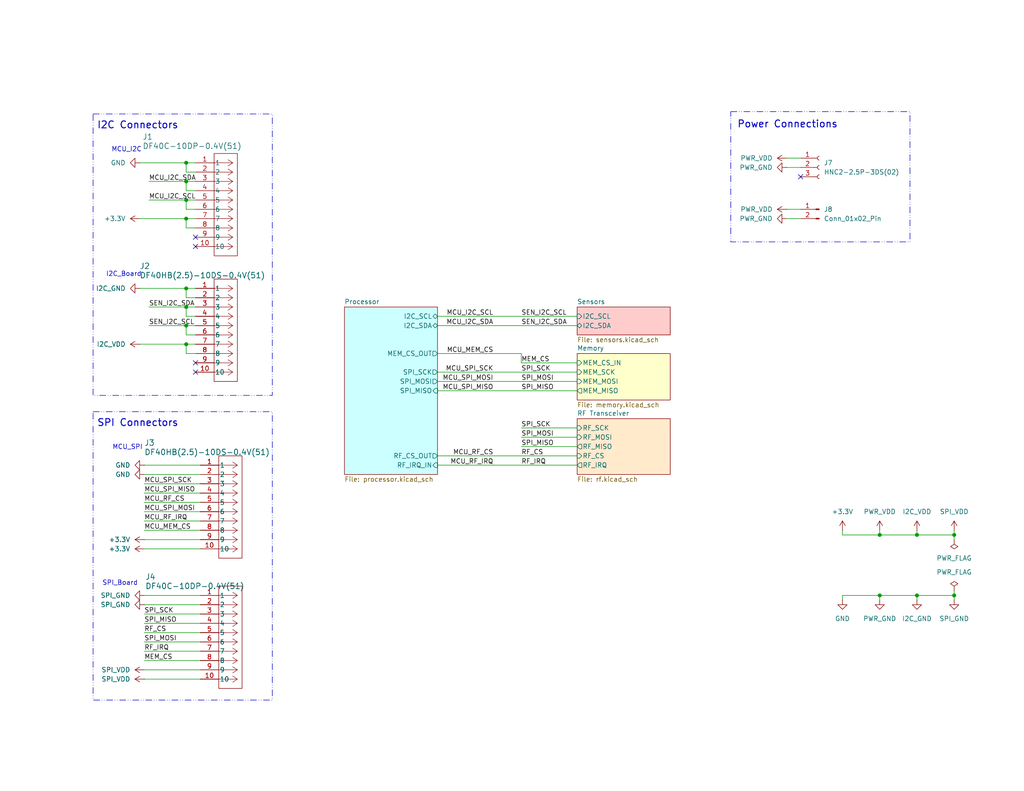
<source format=kicad_sch>
(kicad_sch (version 20250114) (generator "eeschema") (generator_version "9.0")
  (paper "USLetter")
  (title_block (title "Ingestible Capsule") (rev "1.0"))
  (lib_symbols
    (symbol "Connector:Conn_01x02_Pin" (pin_names (offset 1.016) (hide yes))
      (property "Reference" "J" (at 0 2.54 0))
      (property "Value" "Conn_01x02_Pin" (at 0 -5.08 0))
      (symbol "Conn_01x02_Pin_1_1"
        (rectangle (start 0.8636 0.127) (end 0 -0.127) (stroke (width 0.1524)) (fill (type outline)))
        (rectangle (start 0.8636 -2.413) (end 0 -2.667) (stroke (width 0.1524)) (fill (type outline)))
        (polyline (pts (xy 1.27 0) (xy 0.8636 0)) (stroke (width 0.1524)))
        (polyline (pts (xy 1.27 -2.54) (xy 0.8636 -2.54)) (stroke (width 0.1524)))
        (pin passive line (at 5.08 0 180) (length 3.81) (name "Pin_1") (number "1"))
        (pin passive line (at 5.08 -2.54 180) (length 3.81) (name "Pin_2") (number "2"))
      )
    )
    (symbol "Connector:Conn_01x03_Socket" (pin_names (offset 1.016) (hide yes))
      (property "Reference" "J" (at 0 5.08 0))
      (property "Value" "Conn_01x03_Socket" (at 0 -5.08 0))
      (symbol "Conn_01x03_Socket_1_1"
        (polyline (pts (xy -1.27 2.54) (xy -0.508 2.54)) (stroke (width 0.1524)))
        (polyline (pts (xy -1.27 0) (xy -0.508 0)) (stroke (width 0.1524)))
        (polyline (pts (xy -1.27 -2.54) (xy -0.508 -2.54)) (stroke (width 0.1524)))
        (arc (start 0 2.032) (mid -0.5058 2.54) (end 0 3.048) (stroke (width 0.1524)))
        (arc (start 0 -0.508) (mid -0.5058 0) (end 0 0.508) (stroke (width 0.1524)))
        (arc (start 0 -3.048) (mid -0.5058 -2.54) (end 0 -2.032) (stroke (width 0.1524)))
        (pin passive line (at -5.08 2.54 0) (length 3.81) (name "Pin_1") (number "1"))
        (pin passive line (at -5.08 0 0) (length 3.81) (name "Pin_2") (number "2"))
        (pin passive line (at -5.08 -2.54 0) (length 3.81) (name "Pin_3") (number "3"))
      )
    )
    (symbol "kjp_symlib:513389873" (pin_names (offset 0.254))
      (property "Reference" "J" (at 8.89 6.35 0))
      (property "Value" "513389873" (at 0 0 0))
      (symbol "513389873_1_1"
        (rectangle (start 5.08 2.54) (end 11.43 -25.4))
        (polyline (pts (xy 10.16 0) (xy 5.08 0)) (stroke (width 0.127)))
        (polyline (pts (xy 10.16 0) (xy 8.89 0.8467)) (stroke (width 0.127)))
        (polyline (pts (xy 10.16 0) (xy 8.89 -0.8467)) (stroke (width 0.127)))
        (polyline (pts (xy 10.16 -2.54) (xy 5.08 -2.54)) (stroke (width 0.127)))
        (polyline (pts (xy 10.16 -2.54) (xy 8.89 -1.6933)) (stroke (width 0.127)))
        (polyline (pts (xy 10.16 -2.54) (xy 8.89 -3.3867)) (stroke (width 0.127)))
        (polyline (pts (xy 10.16 -5.08) (xy 5.08 -5.08)) (stroke (width 0.127)))
        (polyline (pts (xy 10.16 -5.08) (xy 8.89 -4.2333)) (stroke (width 0.127)))
        (polyline (pts (xy 10.16 -5.08) (xy 8.89 -5.9267)) (stroke (width 0.127)))
        (polyline (pts (xy 10.16 -7.62) (xy 5.08 -7.62)) (stroke (width 0.127)))
        (polyline (pts (xy 10.16 -7.62) (xy 8.89 -6.7733)) (stroke (width 0.127)))
        (polyline (pts (xy 10.16 -7.62) (xy 8.89 -8.4667)) (stroke (width 0.127)))
        (polyline (pts (xy 10.16 -10.16) (xy 5.08 -10.16)) (stroke (width 0.127)))
        (polyline (pts (xy 10.16 -10.16) (xy 8.89 -9.3133)) (stroke (width 0.127)))
        (polyline (pts (xy 10.16 -10.16) (xy 8.89 -11.0067)) (stroke (width 0.127)))
        (polyline (pts (xy 10.16 -12.7) (xy 5.08 -12.7)) (stroke (width 0.127)))
        (polyline (pts (xy 10.16 -12.7) (xy 8.89 -11.8533)) (stroke (width 0.127)))
        (polyline (pts (xy 10.16 -12.7) (xy 8.89 -13.5467)) (stroke (width 0.127)))
        (polyline (pts (xy 10.16 -15.24) (xy 5.08 -15.24)) (stroke (width 0.127)))
        (polyline (pts (xy 10.16 -15.24) (xy 8.89 -14.3933)) (stroke (width 0.127)))
        (polyline (pts (xy 10.16 -15.24) (xy 8.89 -16.0867)) (stroke (width 0.127)))
        (polyline (pts (xy 10.16 -17.78) (xy 5.08 -17.78)) (stroke (width 0.127)))
        (polyline (pts (xy 10.16 -17.78) (xy 8.89 -16.9333)) (stroke (width 0.127)))
        (polyline (pts (xy 10.16 -17.78) (xy 8.89 -18.6267)) (stroke (width 0.127)))
        (polyline (pts (xy 10.16 -20.32) (xy 5.08 -20.32)) (stroke (width 0.127)))
        (polyline (pts (xy 10.16 -20.32) (xy 8.89 -19.4733)) (stroke (width 0.127)))
        (polyline (pts (xy 10.16 -20.32) (xy 8.89 -21.1667)) (stroke (width 0.127)))
        (polyline (pts (xy 10.16 -22.86) (xy 5.08 -22.86)) (stroke (width 0.127)))
        (polyline (pts (xy 10.16 -22.86) (xy 8.89 -22.0133)) (stroke (width 0.127)))
        (polyline (pts (xy 10.16 -22.86) (xy 8.89 -23.7067)) (stroke (width 0.127)))
        (pin unspecified line (at 0 0 0) (length 5.08) (name "1") (number "1"))
        (pin unspecified line (at 0 -2.54 0) (length 5.08) (name "2") (number "2"))
        (pin unspecified line (at 0 -5.08 0) (length 5.08) (name "3") (number "3"))
        (pin unspecified line (at 0 -7.62 0) (length 5.08) (name "4") (number "4"))
        (pin unspecified line (at 0 -10.16 0) (length 5.08) (name "5") (number "5"))
        (pin unspecified line (at 0 -12.7 0) (length 5.08) (name "6") (number "6"))
        (pin unspecified line (at 0 -15.24 0) (length 5.08) (name "7") (number "7"))
        (pin unspecified line (at 0 -17.78 0) (length 5.08) (name "8") (number "8"))
        (pin unspecified line (at 0 -20.32 0) (length 5.08) (name "9") (number "9"))
        (pin unspecified line (at 0 -22.86 0) (length 5.08) (name "10") (number "10"))
      )
      (symbol "513389873_1_2"
        (polyline (pts (xy 5.08 2.54) (xy 5.08 -35.56)) (stroke (width 0.127)))
        (polyline (pts (xy 5.08 -35.56) (xy 12.7 -35.56)) (stroke (width 0.127)))
        (polyline (pts (xy 7.62 0) (xy 5.08 0)) (stroke (width 0.127)))
        (polyline (pts (xy 7.62 0) (xy 8.89 0.8467)) (stroke (width 0.127)))
        (polyline (pts (xy 7.62 0) (xy 8.89 -0.8467)) (stroke (width 0.127)))
        (polyline (pts (xy 7.62 -2.54) (xy 5.08 -2.54)) (stroke (width 0.127)))
        (polyline (pts (xy 7.62 -2.54) (xy 8.89 -1.6933)) (stroke (width 0.127)))
        (polyline (pts (xy 7.62 -2.54) (xy 8.89 -3.3867)) (stroke (width 0.127)))
        (polyline (pts (xy 7.62 -5.08) (xy 5.08 -5.08)) (stroke (width 0.127)))
        (polyline (pts (xy 7.62 -5.08) (xy 8.89 -4.2333)) (stroke (width 0.127)))
        (polyline (pts (xy 7.62 -5.08) (xy 8.89 -5.9267)) (stroke (width 0.127)))
        (polyline (pts (xy 7.62 -7.62) (xy 5.08 -7.62)) (stroke (width 0.127)))
        (polyline (pts (xy 7.62 -7.62) (xy 8.89 -6.7733)) (stroke (width 0.127)))
        (polyline (pts (xy 7.62 -7.62) (xy 8.89 -8.4667)) (stroke (width 0.127)))
        (polyline (pts (xy 7.62 -10.16) (xy 5.08 -10.16)) (stroke (width 0.127)))
        (polyline (pts (xy 7.62 -10.16) (xy 8.89 -9.3133)) (stroke (width 0.127)))
        (polyline (pts (xy 7.62 -10.16) (xy 8.89 -11.0067)) (stroke (width 0.127)))
        (polyline (pts (xy 7.62 -12.7) (xy 5.08 -12.7)) (stroke (width 0.127)))
        (polyline (pts (xy 7.62 -12.7) (xy 8.89 -11.8533)) (stroke (width 0.127)))
        (polyline (pts (xy 7.62 -12.7) (xy 8.89 -13.5467)) (stroke (width 0.127)))
        (polyline (pts (xy 7.62 -15.24) (xy 5.08 -15.24)) (stroke (width 0.127)))
        (polyline (pts (xy 7.62 -15.24) (xy 8.89 -14.3933)) (stroke (width 0.127)))
        (polyline (pts (xy 7.62 -15.24) (xy 8.89 -16.0867)) (stroke (width 0.127)))
        (polyline (pts (xy 7.62 -17.78) (xy 5.08 -17.78)) (stroke (width 0.127)))
        (polyline (pts (xy 7.62 -17.78) (xy 8.89 -16.9333)) (stroke (width 0.127)))
        (polyline (pts (xy 7.62 -17.78) (xy 8.89 -18.6267)) (stroke (width 0.127)))
        (polyline (pts (xy 7.62 -20.32) (xy 5.08 -20.32)) (stroke (width 0.127)))
        (polyline (pts (xy 7.62 -20.32) (xy 8.89 -19.4733)) (stroke (width 0.127)))
        (polyline (pts (xy 7.62 -20.32) (xy 8.89 -21.1667)) (stroke (width 0.127)))
        (polyline (pts (xy 7.62 -22.86) (xy 5.08 -22.86)) (stroke (width 0.127)))
        (polyline (pts (xy 7.62 -22.86) (xy 8.89 -22.0133)) (stroke (width 0.127)))
        (polyline (pts (xy 7.62 -22.86) (xy 8.89 -23.7067)) (stroke (width 0.127)))
        (polyline (pts (xy 7.62 -25.4) (xy 5.08 -25.4)) (stroke (width 0.127)))
        (polyline (pts (xy 7.62 -25.4) (xy 8.89 -24.5533)) (stroke (width 0.127)))
        (polyline (pts (xy 7.62 -25.4) (xy 8.89 -26.2467)) (stroke (width 0.127)))
        (polyline (pts (xy 7.62 -27.94) (xy 5.08 -27.94)) (stroke (width 0.127)))
        (polyline (pts (xy 7.62 -27.94) (xy 8.89 -27.0933)) (stroke (width 0.127)))
        (polyline (pts (xy 7.62 -27.94) (xy 8.89 -28.7867)) (stroke (width 0.127)))
        (polyline (pts (xy 7.62 -30.48) (xy 5.08 -30.48)) (stroke (width 0.127)))
        (polyline (pts (xy 7.62 -30.48) (xy 8.89 -29.6333)) (stroke (width 0.127)))
        (polyline (pts (xy 7.62 -30.48) (xy 8.89 -31.3267)) (stroke (width 0.127)))
        (polyline (pts (xy 7.62 -33.02) (xy 5.08 -33.02)) (stroke (width 0.127)))
        (polyline (pts (xy 7.62 -33.02) (xy 8.89 -32.1733)) (stroke (width 0.127)))
        (polyline (pts (xy 7.62 -33.02) (xy 8.89 -33.8667)) (stroke (width 0.127)))
        (polyline (pts (xy 12.7 2.54) (xy 5.08 2.54)) (stroke (width 0.127)))
        (polyline (pts (xy 12.7 -35.56) (xy 12.7 2.54)) (stroke (width 0.127)))
        (pin unspecified line (at 0 0 0) (length 5.08) (name "1") (number "1"))
        (pin unspecified line (at 0 -2.54 0) (length 5.08) (name "2") (number "2"))
        (pin unspecified line (at 0 -5.08 0) (length 5.08) (name "3") (number "3"))
        (pin unspecified line (at 0 -7.62 0) (length 5.08) (name "4") (number "4"))
        (pin unspecified line (at 0 -10.16 0) (length 5.08) (name "5") (number "5"))
        (pin unspecified line (at 0 -12.7 0) (length 5.08) (name "6") (number "6"))
        (pin unspecified line (at 0 -15.24 0) (length 5.08) (name "7") (number "7"))
        (pin unspecified line (at 0 -17.78 0) (length 5.08) (name "8") (number "8"))
        (pin unspecified line (at 0 -20.32 0) (length 5.08) (name "9") (number "9"))
        (pin unspecified line (at 0 -22.86 0) (length 5.08) (name "10") (number "10"))
        (pin unspecified line (at 0 -25.4 0) (length 5.08) (name "P1") (number "P1"))
        (pin unspecified line (at 0 -27.94 0) (length 5.08) (name "P2") (number "P2"))
        (pin unspecified line (at 0 -30.48 0) (length 5.08) (name "P3") (number "P3"))
        (pin unspecified line (at 0 -33.02 0) (length 5.08) (name "P4") (number "P4"))
      )
    )
    (symbol "kjp_symlib:559099872" (pin_names (offset 0.254))
      (property "Reference" "J" (at 8.89 6.35 0))
      (property "Value" "559099872" (at 0 0 0))
      (symbol "559099872_1_1"
        (rectangle (start 5.08 2.54) (end 11.43 -25.4))
        (polyline (pts (xy 10.16 0) (xy 5.08 0)) (stroke (width 0.127)))
        (polyline (pts (xy 10.16 0) (xy 8.89 0.8467)) (stroke (width 0.127)))
        (polyline (pts (xy 10.16 0) (xy 8.89 -0.8467)) (stroke (width 0.127)))
        (polyline (pts (xy 10.16 -2.54) (xy 5.08 -2.54)) (stroke (width 0.127)))
        (polyline (pts (xy 10.16 -2.54) (xy 8.89 -1.6933)) (stroke (width 0.127)))
        (polyline (pts (xy 10.16 -2.54) (xy 8.89 -3.3867)) (stroke (width 0.127)))
        (polyline (pts (xy 10.16 -5.08) (xy 5.08 -5.08)) (stroke (width 0.127)))
        (polyline (pts (xy 10.16 -5.08) (xy 8.89 -4.2333)) (stroke (width 0.127)))
        (polyline (pts (xy 10.16 -5.08) (xy 8.89 -5.9267)) (stroke (width 0.127)))
        (polyline (pts (xy 10.16 -7.62) (xy 5.08 -7.62)) (stroke (width 0.127)))
        (polyline (pts (xy 10.16 -7.62) (xy 8.89 -6.7733)) (stroke (width 0.127)))
        (polyline (pts (xy 10.16 -7.62) (xy 8.89 -8.4667)) (stroke (width 0.127)))
        (polyline (pts (xy 10.16 -10.16) (xy 5.08 -10.16)) (stroke (width 0.127)))
        (polyline (pts (xy 10.16 -10.16) (xy 8.89 -9.3133)) (stroke (width 0.127)))
        (polyline (pts (xy 10.16 -10.16) (xy 8.89 -11.0067)) (stroke (width 0.127)))
        (polyline (pts (xy 10.16 -12.7) (xy 5.08 -12.7)) (stroke (width 0.127)))
        (polyline (pts (xy 10.16 -12.7) (xy 8.89 -11.8533)) (stroke (width 0.127)))
        (polyline (pts (xy 10.16 -12.7) (xy 8.89 -13.5467)) (stroke (width 0.127)))
        (polyline (pts (xy 10.16 -15.24) (xy 5.08 -15.24)) (stroke (width 0.127)))
        (polyline (pts (xy 10.16 -15.24) (xy 8.89 -14.3933)) (stroke (width 0.127)))
        (polyline (pts (xy 10.16 -15.24) (xy 8.89 -16.0867)) (stroke (width 0.127)))
        (polyline (pts (xy 10.16 -17.78) (xy 5.08 -17.78)) (stroke (width 0.127)))
        (polyline (pts (xy 10.16 -17.78) (xy 8.89 -16.9333)) (stroke (width 0.127)))
        (polyline (pts (xy 10.16 -17.78) (xy 8.89 -18.6267)) (stroke (width 0.127)))
        (polyline (pts (xy 10.16 -20.32) (xy 5.08 -20.32)) (stroke (width 0.127)))
        (polyline (pts (xy 10.16 -20.32) (xy 8.89 -19.4733)) (stroke (width 0.127)))
        (polyline (pts (xy 10.16 -20.32) (xy 8.89 -21.1667)) (stroke (width 0.127)))
        (polyline (pts (xy 10.16 -22.86) (xy 5.08 -22.86)) (stroke (width 0.127)))
        (polyline (pts (xy 10.16 -22.86) (xy 8.89 -22.0133)) (stroke (width 0.127)))
        (polyline (pts (xy 10.16 -22.86) (xy 8.89 -23.7067)) (stroke (width 0.127)))
        (pin unspecified line (at 0 0 0) (length 5.08) (name "1") (number "1"))
        (pin unspecified line (at 0 -2.54 0) (length 5.08) (name "2") (number "2"))
        (pin unspecified line (at 0 -5.08 0) (length 5.08) (name "3") (number "3"))
        (pin unspecified line (at 0 -7.62 0) (length 5.08) (name "4") (number "4"))
        (pin unspecified line (at 0 -10.16 0) (length 5.08) (name "5") (number "5"))
        (pin unspecified line (at 0 -12.7 0) (length 5.08) (name "6") (number "6"))
        (pin unspecified line (at 0 -15.24 0) (length 5.08) (name "7") (number "7"))
        (pin unspecified line (at 0 -17.78 0) (length 5.08) (name "8") (number "8"))
        (pin unspecified line (at 0 -20.32 0) (length 5.08) (name "9") (number "9"))
        (pin unspecified line (at 0 -22.86 0) (length 5.08) (name "10") (number "10"))
      )
      (symbol "559099872_1_2"
        (polyline (pts (xy 5.08 2.54) (xy 5.08 -35.56)) (stroke (width 0.127)))
        (polyline (pts (xy 5.08 -35.56) (xy 12.7 -35.56)) (stroke (width 0.127)))
        (polyline (pts (xy 7.62 0) (xy 5.08 0)) (stroke (width 0.127)))
        (polyline (pts (xy 7.62 0) (xy 8.89 0.8467)) (stroke (width 0.127)))
        (polyline (pts (xy 7.62 0) (xy 8.89 -0.8467)) (stroke (width 0.127)))
        (polyline (pts (xy 7.62 -2.54) (xy 5.08 -2.54)) (stroke (width 0.127)))
        (polyline (pts (xy 7.62 -2.54) (xy 8.89 -1.6933)) (stroke (width 0.127)))
        (polyline (pts (xy 7.62 -2.54) (xy 8.89 -3.3867)) (stroke (width 0.127)))
        (polyline (pts (xy 7.62 -5.08) (xy 5.08 -5.08)) (stroke (width 0.127)))
        (polyline (pts (xy 7.62 -5.08) (xy 8.89 -4.2333)) (stroke (width 0.127)))
        (polyline (pts (xy 7.62 -5.08) (xy 8.89 -5.9267)) (stroke (width 0.127)))
        (polyline (pts (xy 7.62 -7.62) (xy 5.08 -7.62)) (stroke (width 0.127)))
        (polyline (pts (xy 7.62 -7.62) (xy 8.89 -6.7733)) (stroke (width 0.127)))
        (polyline (pts (xy 7.62 -7.62) (xy 8.89 -8.4667)) (stroke (width 0.127)))
        (polyline (pts (xy 7.62 -10.16) (xy 5.08 -10.16)) (stroke (width 0.127)))
        (polyline (pts (xy 7.62 -10.16) (xy 8.89 -9.3133)) (stroke (width 0.127)))
        (polyline (pts (xy 7.62 -10.16) (xy 8.89 -11.0067)) (stroke (width 0.127)))
        (polyline (pts (xy 7.62 -12.7) (xy 5.08 -12.7)) (stroke (width 0.127)))
        (polyline (pts (xy 7.62 -12.7) (xy 8.89 -11.8533)) (stroke (width 0.127)))
        (polyline (pts (xy 7.62 -12.7) (xy 8.89 -13.5467)) (stroke (width 0.127)))
        (polyline (pts (xy 7.62 -15.24) (xy 5.08 -15.24)) (stroke (width 0.127)))
        (polyline (pts (xy 7.62 -15.24) (xy 8.89 -14.3933)) (stroke (width 0.127)))
        (polyline (pts (xy 7.62 -15.24) (xy 8.89 -16.0867)) (stroke (width 0.127)))
        (polyline (pts (xy 7.62 -17.78) (xy 5.08 -17.78)) (stroke (width 0.127)))
        (polyline (pts (xy 7.62 -17.78) (xy 8.89 -16.9333)) (stroke (width 0.127)))
        (polyline (pts (xy 7.62 -17.78) (xy 8.89 -18.6267)) (stroke (width 0.127)))
        (polyline (pts (xy 7.62 -20.32) (xy 5.08 -20.32)) (stroke (width 0.127)))
        (polyline (pts (xy 7.62 -20.32) (xy 8.89 -19.4733)) (stroke (width 0.127)))
        (polyline (pts (xy 7.62 -20.32) (xy 8.89 -21.1667)) (stroke (width 0.127)))
        (polyline (pts (xy 7.62 -22.86) (xy 5.08 -22.86)) (stroke (width 0.127)))
        (polyline (pts (xy 7.62 -22.86) (xy 8.89 -22.0133)) (stroke (width 0.127)))
        (polyline (pts (xy 7.62 -22.86) (xy 8.89 -23.7067)) (stroke (width 0.127)))
        (polyline (pts (xy 7.62 -25.4) (xy 5.08 -25.4)) (stroke (width 0.127)))
        (polyline (pts (xy 7.62 -25.4) (xy 8.89 -24.5533)) (stroke (width 0.127)))
        (polyline (pts (xy 7.62 -25.4) (xy 8.89 -26.2467)) (stroke (width 0.127)))
        (polyline (pts (xy 7.62 -27.94) (xy 5.08 -27.94)) (stroke (width 0.127)))
        (polyline (pts (xy 7.62 -27.94) (xy 8.89 -27.0933)) (stroke (width 0.127)))
        (polyline (pts (xy 7.62 -27.94) (xy 8.89 -28.7867)) (stroke (width 0.127)))
        (polyline (pts (xy 7.62 -30.48) (xy 5.08 -30.48)) (stroke (width 0.127)))
        (polyline (pts (xy 7.62 -30.48) (xy 8.89 -29.6333)) (stroke (width 0.127)))
        (polyline (pts (xy 7.62 -30.48) (xy 8.89 -31.3267)) (stroke (width 0.127)))
        (polyline (pts (xy 7.62 -33.02) (xy 5.08 -33.02)) (stroke (width 0.127)))
        (polyline (pts (xy 7.62 -33.02) (xy 8.89 -32.1733)) (stroke (width 0.127)))
        (polyline (pts (xy 7.62 -33.02) (xy 8.89 -33.8667)) (stroke (width 0.127)))
        (polyline (pts (xy 12.7 2.54) (xy 5.08 2.54)) (stroke (width 0.127)))
        (polyline (pts (xy 12.7 -35.56) (xy 12.7 2.54)) (stroke (width 0.127)))
        (pin unspecified line (at 0 0 0) (length 5.08) (name "1") (number "1"))
        (pin unspecified line (at 0 -2.54 0) (length 5.08) (name "2") (number "2"))
        (pin unspecified line (at 0 -5.08 0) (length 5.08) (name "3") (number "3"))
        (pin unspecified line (at 0 -7.62 0) (length 5.08) (name "4") (number "4"))
        (pin unspecified line (at 0 -10.16 0) (length 5.08) (name "5") (number "5"))
        (pin unspecified line (at 0 -12.7 0) (length 5.08) (name "6") (number "6"))
        (pin unspecified line (at 0 -15.24 0) (length 5.08) (name "7") (number "7"))
        (pin unspecified line (at 0 -17.78 0) (length 5.08) (name "8") (number "8"))
        (pin unspecified line (at 0 -20.32 0) (length 5.08) (name "9") (number "9"))
        (pin unspecified line (at 0 -22.86 0) (length 5.08) (name "10") (number "10"))
        (pin unspecified line (at 0 -25.4 0) (length 5.08) (name "P1") (number "P1"))
        (pin unspecified line (at 0 -27.94 0) (length 5.08) (name "P2") (number "P2"))
        (pin unspecified line (at 0 -30.48 0) (length 5.08) (name "P3") (number "P3"))
        (pin unspecified line (at 0 -33.02 0) (length 5.08) (name "P4") (number "P4"))
      )
    )
    (symbol "kjp_symlib:I2C_GND" (power) (pin_numbers (hide yes)) (pin_names (offset 0) (hide yes))
      (property "Value" "I2C_GND" (at 0 -3.81 0))
      (symbol "I2C_GND_0_1"
        (polyline (pts (xy 0 0) (xy 0 -1.27) (xy 1.27 -1.27) (xy 0 -2.54) (xy -1.27 -1.27) (xy 0 -1.27)))
      )
      (symbol "I2C_GND_1_1"
        (pin power_in line (at 0 0 270) (length 0) (name "~") (number "1"))
      )
    )
    (symbol "kjp_symlib:I2C_VDD" (power) (pin_numbers (hide yes)) (pin_names (offset 0) (hide yes))
      (property "Value" "I2C_VDD" (at 0 3.556 0))
      (symbol "I2C_VDD_0_1"
        (polyline (pts (xy -0.762 1.27) (xy 0 2.54)))
        (polyline (pts (xy 0 2.54) (xy 0.762 1.27)))
        (polyline (pts (xy 0 0) (xy 0 2.54)))
      )
      (symbol "I2C_VDD_1_1"
        (pin power_in line (at 0 0 90) (length 0) (name "~") (number "1"))
      )
    )
    (symbol "kjp_symlib:PWR_GND" (power) (pin_numbers (hide yes)) (pin_names (offset 0) (hide yes))
      (property "Value" "PWR_GND" (at 0 -3.81 0))
      (symbol "PWR_GND_0_1"
        (polyline (pts (xy 0 0) (xy 0 -1.27) (xy 1.27 -1.27) (xy 0 -2.54) (xy -1.27 -1.27) (xy 0 -1.27)))
      )
      (symbol "PWR_GND_1_1"
        (pin power_in line (at 0 0 270) (length 0) (name "~") (number "1"))
      )
    )
    (symbol "kjp_symlib:PWR_VDD" (power) (pin_numbers (hide yes)) (pin_names (offset 0) (hide yes))
      (property "Value" "PWR_VDD" (at 0 3.556 0))
      (symbol "PWR_VDD_0_1"
        (polyline (pts (xy -0.762 1.27) (xy 0 2.54)))
        (polyline (pts (xy 0 2.54) (xy 0.762 1.27)))
        (polyline (pts (xy 0 0) (xy 0 2.54)))
      )
      (symbol "PWR_VDD_1_1"
        (pin power_in line (at 0 0 90) (length 0) (name "~") (number "1"))
      )
    )
    (symbol "kjp_symlib:SPI_GND" (power) (pin_numbers (hide yes)) (pin_names (offset 0) (hide yes))
      (property "Value" "SPI_GND" (at 0 -3.81 0))
      (symbol "SPI_GND_0_1"
        (polyline (pts (xy 0 0) (xy 0 -1.27) (xy 1.27 -1.27) (xy 0 -2.54) (xy -1.27 -1.27) (xy 0 -1.27)))
      )
      (symbol "SPI_GND_1_1"
        (pin power_in line (at 0 0 270) (length 0) (name "~") (number "1"))
      )
    )
    (symbol "kjp_symlib:SPI_VDD" (power) (pin_numbers (hide yes)) (pin_names (offset 0) (hide yes))
      (property "Value" "SPI_VDD" (at 0 3.556 0))
      (symbol "SPI_VDD_0_1"
        (polyline (pts (xy -0.762 1.27) (xy 0 2.54)))
        (polyline (pts (xy 0 2.54) (xy 0.762 1.27)))
        (polyline (pts (xy 0 0) (xy 0 2.54)))
      )
      (symbol "SPI_VDD_1_1"
        (pin power_in line (at 0 0 90) (length 0) (name "~") (number "1"))
      )
    )
    (symbol "power:+3.3V" (power) (pin_numbers (hide yes)) (pin_names (offset 0) (hide yes))
      (property "Value" "+3.3V" (at 0 3.556 0))
      (symbol "+3.3V_0_1"
        (polyline (pts (xy -0.762 1.27) (xy 0 2.54)))
        (polyline (pts (xy 0 2.54) (xy 0.762 1.27)))
        (polyline (pts (xy 0 0) (xy 0 2.54)))
      )
      (symbol "+3.3V_1_1"
        (pin power_in line (at 0 0 90) (length 0) (name "~") (number "1"))
      )
    )
    (symbol "power:GND" (power) (pin_numbers (hide yes)) (pin_names (offset 0) (hide yes))
      (property "Value" "GND" (at 0 -3.81 0))
      (symbol "GND_0_1"
        (polyline (pts (xy 0 0) (xy 0 -1.27) (xy 1.27 -1.27) (xy 0 -2.54) (xy -1.27 -1.27) (xy 0 -1.27)))
      )
      (symbol "GND_1_1"
        (pin power_in line (at 0 0 270) (length 0) (name "~") (number "1"))
      )
    )
    (symbol "power:PWR_FLAG" (power) (pin_numbers (hide yes)) (pin_names (offset 0) (hide yes))
      (property "Value" "PWR_FLAG" (at 0 3.81 0))
      (symbol "PWR_FLAG_0_0"
        (pin power_out line (at 0 0 90) (length 0) (name "~") (number "1"))
      )
      (symbol "PWR_FLAG_0_1"
        (polyline (pts (xy 0 0) (xy 0 1.27) (xy -1.016 1.905) (xy 0 2.54) (xy 1.016 1.905) (xy 0 1.27)))
      )
    )
  )
  (rectangle (start 25.4 31.115) (end 74.295 107.95) (stroke (width 0) (type dash_dot_dot)))
  (rectangle (start 25.4 112.395) (end 74.295 191.135) (stroke (width 0) (type dash_dot_dot)))
  (rectangle (start 199.39 30.48) (end 248.285 66.04) (stroke (width 0) (type dash_dot_dot)))
  (text "MCU_I2C" (at 34.544 40.894 0) (effects (font (size 1.27 1.27))))
  (text "I2C_Board" (at 33.782 74.93 0) (effects (font (size 1.27 1.27))))
  (text "MCU_SPI" (at 34.798 122.174 0) (effects (font (size 1.27 1.27))))
  (text "SPI_Board" (at 32.766 159.258 0) (effects (font (size 1.27 1.27))))
  (text "SPI Connectors" (at 37.592 115.57 0) (effects (font (size 1.905 1.905) (thickness 0.254) (bold yes))))
  (text "I2C Connectors" (at 37.592 34.29 0) (effects (font (size 1.905 1.905) (thickness 0.254) (bold yes))))
  (text "Power Connections" (at 214.884 34.036 0) (effects (font (size 1.905 1.905) (thickness 0.254) (bold yes))))
  (junction (at 50.8 49.53))
  (junction (at 50.8 59.69))
  (junction (at 260.35 162.56))
  (junction (at 240.03 146.05))
  (junction (at 50.8 78.74))
  (junction (at 50.8 93.98))
  (junction (at 50.8 88.9))
  (junction (at 50.8 83.82))
  (junction (at 240.03 162.56))
  (junction (at 260.35 146.05))
  (junction (at 50.8 54.61))
  (junction (at 250.19 146.05))
  (junction (at 50.8 44.45))
  (junction (at 250.19 162.56))
  (no_connect (at 53.34 64.77))
  (no_connect (at 53.34 99.06))
  (no_connect (at 53.34 67.31))
  (no_connect (at 53.34 101.6))
  (no_connect (at 218.44 48.26))
  (wire (pts (xy 38.1 93.98) (xy 50.8 93.98)))
  (wire (pts (xy 38.1 59.69) (xy 50.8 59.69)))
  (wire (pts (xy 119.38 106.68) (xy 157.48 106.68)))
  (wire (pts (xy 50.8 49.53) (xy 50.8 52.07)))
  (wire (pts (xy 54.61 142.24) (xy 39.37 142.24)))
  (wire (pts (xy 119.38 101.6) (xy 157.48 101.6)))
  (wire (pts (xy 50.8 59.69) (xy 53.34 59.69)))
  (wire (pts (xy 40.64 83.82) (xy 50.8 83.82)))
  (wire (pts (xy 260.35 144.78) (xy 260.35 146.05)))
  (wire (pts (xy 250.19 162.56) (xy 250.19 163.83)))
  (wire (pts (xy 214.63 45.72) (xy 218.44 45.72)))
  (wire (pts (xy 119.38 127) (xy 157.48 127)))
  (wire (pts (xy 39.37 127) (xy 54.61 127)))
  (wire (pts (xy 50.8 54.61) (xy 53.34 54.61)))
  (wire (pts (xy 240.03 146.05) (xy 250.19 146.05)))
  (wire (pts (xy 229.87 146.05) (xy 240.03 146.05)))
  (wire (pts (xy 229.87 162.56) (xy 240.03 162.56)))
  (wire (pts (xy 50.8 59.69) (xy 50.8 62.23)))
  (wire (pts (xy 250.19 146.05) (xy 260.35 146.05)))
  (wire (pts (xy 260.35 162.56) (xy 260.35 163.83)))
  (wire (pts (xy 119.38 88.9) (xy 157.48 88.9)))
  (wire (pts (xy 119.38 96.52) (xy 142.24 96.52)))
  (wire (pts (xy 53.34 86.36) (xy 50.8 86.36)))
  (wire (pts (xy 50.8 81.28) (xy 50.8 78.74)))
  (wire (pts (xy 54.61 134.62) (xy 39.37 134.62)))
  (wire (pts (xy 50.8 49.53) (xy 53.34 49.53)))
  (wire (pts (xy 39.37 172.72) (xy 54.61 172.72)))
  (wire (pts (xy 214.63 59.69) (xy 218.44 59.69)))
  (wire (pts (xy 53.34 91.44) (xy 50.8 91.44)))
  (wire (pts (xy 50.8 93.98) (xy 53.34 93.98)))
  (wire (pts (xy 260.35 161.29) (xy 260.35 162.56)))
  (wire (pts (xy 39.37 129.54) (xy 54.61 129.54)))
  (wire (pts (xy 240.03 162.56) (xy 240.03 163.83)))
  (wire (pts (xy 54.61 139.7) (xy 39.37 139.7)))
  (wire (pts (xy 50.8 83.82) (xy 53.34 83.82)))
  (wire (pts (xy 50.8 57.15) (xy 50.8 54.61)))
  (wire (pts (xy 53.34 57.15) (xy 50.8 57.15)))
  (wire (pts (xy 260.35 146.05) (xy 260.35 147.32)))
  (wire (pts (xy 39.37 165.1) (xy 54.61 165.1)))
  (wire (pts (xy 38.1 44.45) (xy 50.8 44.45)))
  (wire (pts (xy 229.87 146.05) (xy 229.87 144.78)))
  (wire (pts (xy 39.37 177.8) (xy 54.61 177.8)))
  (wire (pts (xy 53.34 46.99) (xy 50.8 46.99)))
  (wire (pts (xy 119.38 124.46) (xy 157.48 124.46)))
  (wire (pts (xy 54.61 144.78) (xy 39.37 144.78)))
  (wire (pts (xy 142.24 119.38) (xy 157.48 119.38)))
  (wire (pts (xy 39.37 175.26) (xy 54.61 175.26)))
  (wire (pts (xy 39.37 180.34) (xy 54.61 180.34)))
  (wire (pts (xy 142.24 121.92) (xy 157.48 121.92)))
  (wire (pts (xy 250.19 146.05) (xy 250.19 144.78)))
  (wire (pts (xy 240.03 162.56) (xy 250.19 162.56)))
  (wire (pts (xy 53.34 81.28) (xy 50.8 81.28)))
  (wire (pts (xy 50.8 88.9) (xy 53.34 88.9)))
  (wire (pts (xy 50.8 44.45) (xy 53.34 44.45)))
  (wire (pts (xy 38.1 78.74) (xy 50.8 78.74)))
  (wire (pts (xy 214.63 43.18) (xy 218.44 43.18)))
  (wire (pts (xy 53.34 96.52) (xy 50.8 96.52)))
  (wire (pts (xy 50.8 96.52) (xy 50.8 93.98)))
  (wire (pts (xy 53.34 52.07) (xy 50.8 52.07)))
  (wire (pts (xy 39.37 162.56) (xy 54.61 162.56)))
  (wire (pts (xy 54.61 132.08) (xy 39.37 132.08)))
  (wire (pts (xy 53.34 62.23) (xy 50.8 62.23)))
  (wire (pts (xy 119.38 104.14) (xy 157.48 104.14)))
  (wire (pts (xy 240.03 146.05) (xy 240.03 144.78)))
  (wire (pts (xy 142.24 99.06) (xy 157.48 99.06)))
  (wire (pts (xy 39.37 149.86) (xy 54.61 149.86)))
  (wire (pts (xy 39.37 185.42) (xy 54.61 185.42)))
  (wire (pts (xy 50.8 86.36) (xy 50.8 83.82)))
  (wire (pts (xy 214.63 57.15) (xy 218.44 57.15)))
  (wire (pts (xy 50.8 44.45) (xy 50.8 46.99)))
  (wire (pts (xy 229.87 162.56) (xy 229.87 163.83)))
  (wire (pts (xy 40.64 54.61) (xy 50.8 54.61)))
  (wire (pts (xy 40.64 88.9) (xy 50.8 88.9)))
  (wire (pts (xy 39.37 170.18) (xy 54.61 170.18)))
  (wire (pts (xy 50.8 78.74) (xy 53.34 78.74)))
  (wire (pts (xy 39.37 147.32) (xy 54.61 147.32)))
  (wire (pts (xy 50.8 91.44) (xy 50.8 88.9)))
  (wire (pts (xy 142.24 116.84) (xy 157.48 116.84)))
  (wire (pts (xy 40.64 49.53) (xy 50.8 49.53)))
  (wire (pts (xy 39.37 167.64) (xy 54.61 167.64)))
  (wire (pts (xy 54.61 137.16) (xy 39.37 137.16)))
  (wire (pts (xy 142.24 96.52) (xy 142.24 99.06)))
  (wire (pts (xy 119.38 86.36) (xy 157.48 86.36)))
  (wire (pts (xy 250.19 162.56) (xy 260.35 162.56)))
  (wire (pts (xy 39.37 182.88) (xy 54.61 182.88)))
  (label "MCU_MEM_CS" (at 134.62 96.52 180))
  (label "MCU_SPI_SCK" (at 134.62 101.6 180))
  (label "MCU_I2C_SCL" (at 40.64 54.61 0))
  (label "RF_CS" (at 142.24 124.46 0))
  (label "MCU_SPI_MOSI" (at 134.62 104.14 180))
  (label "MCU_MEM_CS" (at 39.37 144.78 0))
  (label "SPI_SCK" (at 142.24 101.6 0))
  (label "SEN_I2C_SCL" (at 142.24 86.36 0))
  (label "MCU_SPI_MISO" (at 134.62 106.68 180))
  (label "SPI_MOSI" (at 39.37 175.26 0))
  (label "SPI_SCK" (at 142.24 116.84 0))
  (label "MCU_I2C_SDA" (at 40.64 49.53 0))
  (label "MCU_RF_IRQ" (at 39.37 142.24 0))
  (label "SPI_MISO" (at 142.24 106.68 0))
  (label "SPI_MOSI" (at 142.24 104.14 0))
  (label "MCU_SPI_SCK" (at 39.37 132.08 0))
  (label "MCU_SPI_MISO" (at 39.37 134.62 0))
  (label "MCU_RF_CS" (at 39.37 137.16 0))
  (label "RF_IRQ" (at 142.24 127 0))
  (label "SEN_I2C_SDA" (at 142.24 88.9 0))
  (label "SEN_I2C_SDA" (at 40.64 83.82 0))
  (label "SPI_MISO" (at 39.37 170.18 0))
  (label "SPI_SCK" (at 39.37 167.64 0))
  (label "MCU_I2C_SCL" (at 134.62 86.36 180))
  (label "MCU_RF_CS" (at 134.62 124.46 180))
  (label "MEM_CS" (at 39.37 180.34 0))
  (label "RF_IRQ" (at 39.37 177.8 0))
  (label "MCU_I2C_SDA" (at 134.62 88.9 180))
  (label "SEN_I2C_SCL" (at 40.64 88.9 0))
  (label "RF_CS" (at 39.37 172.72 0))
  (label "MCU_SPI_MOSI" (at 39.37 139.7 0))
  (label "SPI_MOSI" (at 142.24 119.38 0))
  (label "SPI_MISO" (at 142.24 121.92 0))
  (label "MEM_CS" (at 142.24 99.06 0))
  (label "MCU_RF_IRQ" (at 134.62 127 180))
  (symbol (lib_id "kjp_symlib:SPI_GND") (at 39.37 162.56 270) (unit 1)
    (property "Reference" "#PWR09" (effects (hide yes)))
    (property "Value" "SPI_GND" (at 35.56 162.5599 90) (effects (justify right)))
    (property "Description" "Power symbol creates a global label with name \"GND\" , ground" (effects (hide yes)))
  )
  (symbol (lib_id "kjp_symlib:I2C_VDD") (at 38.1 93.98 90) (unit 1)
    (property "Reference" "#PWR04" (effects (hide yes)))
    (property "Value" "I2C_VDD" (at 34.29 93.9799 90) (effects (justify left)))
    (property "Description" "Power symbol creates a global label with name \"I2C_VDD\"" (effects (hide yes)))
  )
  (symbol (lib_id "power:GND") (at 39.37 127 270) (unit 1)
    (property "Reference" "#PWR05" (effects (hide yes)))
    (property "Value" "GND" (at 35.56 126.9999 90) (effects (justify right)))
    (property "Description" "Power symbol creates a global label with name \"GND\" , ground" (effects (hide yes)))
  )
  (symbol (lib_id "kjp_symlib:I2C_GND") (at 250.19 163.83 0) (unit 1)
    (property "Reference" "#PWR016" (effects (hide yes)))
    (property "Value" "I2C_GND" (at 250.19 168.91 0))
    (property "Description" "Power symbol creates a global label with name \"I2C_GND\" , ground" (effects (hide yes)))
  )
  (symbol (lib_id "kjp_symlib:I2C_VDD") (at 250.19 144.78 0) (unit 1)
    (property "Reference" "#PWR015" (effects (hide yes)))
    (property "Value" "I2C_VDD" (at 250.19 139.7 0))
    (property "Description" "Power symbol creates a global label with name \"I2C_VDD\"" (effects (hide yes)))
  )
  (symbol (lib_id "kjp_symlib:559099872") (at 54.61 127 0) (unit 1)
    (property "Reference" "J3" (at 39.37 120.904 0) (effects (font (size 1.524 1.524)) (justify left)))
    (property "Value" "DF40HB(2.5)-10DS-0.4V(51)" (at 39.37 123.444 0) (effects (font (size 1.524 1.524)) (justify left)))
    (property "Footprint" "kjp_fplib:DF40HB(2.5)-10DS-0.4V(51)" (effects (hide yes)))
    (property "Datasheet" "559099872" (effects (hide yes)))
  )
  (symbol (lib_id "power:GND") (at 229.87 163.83 0) (unit 1)
    (property "Reference" "#PWR014" (effects (hide yes)))
    (property "Value" "GND" (at 229.87 168.91 0))
    (property "Description" "Power symbol creates a global label with name \"GND\" , ground" (effects (hide yes)))
  )
  (symbol (lib_id "power:+3.3V") (at 39.37 147.32 90) (unit 1)
    (property "Reference" "#PWR08" (effects (hide yes)))
    (property "Value" "+3.3V" (at 35.56 147.3199 90) (effects (justify left)))
    (property "Description" "Power symbol creates a global label with name \"+3.3V\"" (effects (hide yes)))
  )
  (symbol (lib_id "power:+3.3V") (at 229.87 144.78 0) (unit 1)
    (property "Reference" "#PWR013" (effects (hide yes)))
    (property "Value" "+3.3V" (at 229.87 139.7 0))
    (property "Description" "Power symbol creates a global label with name \"+3.3V\"" (effects (hide yes)))
  )
  (symbol (lib_id "kjp_symlib:PWR_GND") (at 214.63 45.72 270) (unit 1)
    (property "Reference" "#PWR070" (effects (hide yes)))
    (property "Value" "PWR_GND" (at 210.82 45.7199 90) (effects (justify right)))
    (property "Description" "Power symbol creates a global label with name \"PWR_GND\" , ground" (effects (hide yes)))
  )
  (symbol (lib_id "kjp_symlib:513389873") (at 53.34 44.45 0) (unit 1)
    (property "Reference" "J1" (at 38.862 37.338 0) (effects (font (size 1.524 1.524)) (justify left)))
    (property "Value" "DF40C-10DP-0.4V(51)" (at 38.862 39.878 0) (effects (font (size 1.524 1.524)) (justify left)))
    (property "Footprint" "kjp_fplib:DF40C-10DP-0.4V(51)" (effects (hide yes)))
    (property "Datasheet" "513389873" (effects (hide yes)))
  )
  (symbol (lib_id "kjp_symlib:I2C_GND") (at 38.1 78.74 270) (unit 1)
    (property "Reference" "#PWR03" (effects (hide yes)))
    (property "Value" "I2C_GND" (at 34.29 78.7399 90) (effects (justify right)))
    (property "Description" "Power symbol creates a global label with name \"I2C_GND\" , ground" (effects (hide yes)))
  )
  (symbol (lib_id "power:+3.3V") (at 38.1 59.69 90) (unit 1)
    (property "Reference" "#PWR02" (effects (hide yes)))
    (property "Value" "+3.3V" (at 34.29 59.6899 90) (effects (justify left)))
    (property "Description" "Power symbol creates a global label with name \"+3.3V\"" (effects (hide yes)))
  )
  (symbol (lib_id "kjp_symlib:559099872") (at 53.34 78.74 0) (unit 1)
    (property "Reference" "J2" (at 38.1 72.644 0) (effects (font (size 1.524 1.524)) (justify left)))
    (property "Value" "DF40HB(2.5)-10DS-0.4V(51)" (at 38.1 75.184 0) (effects (font (size 1.524 1.524)) (justify left)))
    (property "Footprint" "kjp_fplib:DF40HB(2.5)-10DS-0.4V(51)" (effects (hide yes)))
    (property "Datasheet" "559099872" (effects (hide yes)))
  )
  (symbol (lib_id "power:PWR_FLAG") (at 260.35 161.29 0) (unit 1)
    (property "Reference" "#FLG06" (effects (hide yes)))
    (property "Value" "PWR_FLAG" (at 260.35 156.21 0))
    (property "Description" "Special symbol for telling ERC where power comes from" (effects (hide yes)))
  )
  (symbol (lib_id "Connector:Conn_01x02_Pin") (at 223.52 57.15 0) (mirror y) (unit 1)
    (property "Reference" "J8" (at 224.79 57.1499 0) (effects (justify right)))
    (property "Value" "Conn_01x02_Pin" (at 224.79 59.6899 0) (effects (justify right)))
    (property "Footprint" "Connector_PinSocket_2.54mm:PinSocket_1x02_P2.54mm_Vertical" (effects (hide yes)))
    (property "Description" "Generic connector, single row, 01x02, script generated" (effects (hide yes)))
  )
  (symbol (lib_id "kjp_symlib:SPI_GND") (at 260.35 163.83 0) (unit 1)
    (property "Reference" "#PWR018" (effects (hide yes)))
    (property "Value" "SPI_GND" (at 260.35 168.91 0))
    (property "Description" "Power symbol creates a global label with name \"GND\" , ground" (effects (hide yes)))
  )
  (symbol (lib_id "kjp_symlib:PWR_GND") (at 214.63 59.69 270) (unit 1)
    (property "Reference" "#PWR072" (effects (hide yes)))
    (property "Value" "PWR_GND" (at 210.82 59.6899 90) (effects (justify right)))
    (property "Description" "Power symbol creates a global label with name \"PWR_GND\" , ground" (effects (hide yes)))
  )
  (symbol (lib_id "kjp_symlib:SPI_GND") (at 39.37 165.1 270) (unit 1)
    (property "Reference" "#PWR067" (effects (hide yes)))
    (property "Value" "SPI_GND" (at 35.56 165.0999 90) (effects (justify right)))
    (property "Description" "Power symbol creates a global label with name \"GND\" , ground" (effects (hide yes)))
  )
  (symbol (lib_id "kjp_symlib:PWR_VDD") (at 240.03 144.78 0) (unit 1)
    (property "Reference" "#PWR010" (effects (hide yes)))
    (property "Value" "PWR_VDD" (at 240.03 139.7 0))
    (property "Description" "Power symbol creates a global label with name \"PWR_VDD\"" (effects (hide yes)))
  )
  (symbol (lib_id "kjp_symlib:513389873") (at 54.61 162.56 0) (unit 1)
    (property "Reference" "J4" (at 39.624 157.48 0) (effects (font (size 1.524 1.524)) (justify left)))
    (property "Value" "DF40C-10DP-0.4V(51)" (at 39.624 160.02 0) (effects (font (size 1.524 1.524)) (justify left)))
    (property "Footprint" "kjp_fplib:DF40C-10DP-0.4V(51)" (effects (hide yes)))
    (property "Datasheet" "513389873" (effects (hide yes)))
  )
  (symbol (lib_id "kjp_symlib:SPI_VDD") (at 39.37 185.42 90) (unit 1)
    (property "Reference" "#PWR068" (effects (hide yes)))
    (property "Value" "SPI_VDD" (at 35.56 185.4199 90) (effects (justify left)))
    (property "Description" "Power symbol creates a global label with name \"SPI_VDD\"" (effects (hide yes)))
  )
  (symbol (lib_id "Connector:Conn_01x03_Socket") (at 223.52 45.72 0) (unit 1)
    (property "Reference" "J7" (at 224.79 44.4499 0) (effects (justify left)))
    (property "Value" "HNC2-2.5P-3DS(02)" (at 224.79 46.9899 0) (effects (justify left)))
    (property "Footprint" "kjp_fplib:HNC2-2.5P-3DS(02)" (effects (hide yes)))
    (property "Description" "Generic connector, single row, 01x03, script generated" (effects (hide yes)))
  )
  (symbol (lib_id "kjp_symlib:SPI_VDD") (at 260.35 144.78 0) (unit 1)
    (property "Reference" "#PWR017" (effects (hide yes)))
    (property "Value" "SPI_VDD" (at 260.35 139.7 0))
    (property "Description" "Power symbol creates a global label with name \"SPI_VDD\"" (effects (hide yes)))
  )
  (symbol (lib_id "kjp_symlib:PWR_VDD") (at 214.63 43.18 90) (unit 1)
    (property "Reference" "#PWR012" (effects (hide yes)))
    (property "Value" "PWR_VDD" (at 210.82 43.1799 90) (effects (justify left)))
    (property "Description" "Power symbol creates a global label with name \"PWR_VDD\"" (effects (hide yes)))
  )
  (symbol (lib_id "kjp_symlib:SPI_VDD") (at 39.37 182.88 90) (unit 1)
    (property "Reference" "#PWR069" (effects (hide yes)))
    (property "Value" "SPI_VDD" (at 35.56 182.8799 90) (effects (justify left)))
    (property "Description" "Power symbol creates a global label with name \"SPI_VDD\"" (effects (hide yes)))
  )
  (symbol (lib_id "power:GND") (at 38.1 44.45 270) (unit 1)
    (property "Reference" "#PWR01" (effects (hide yes)))
    (property "Value" "GND" (at 34.29 44.4499 90) (effects (justify right)))
    (property "Description" "Power symbol creates a global label with name \"GND\" , ground" (effects (hide yes)))
  )
  (symbol (lib_id "power:GND") (at 39.37 129.54 270) (unit 1)
    (property "Reference" "#PWR07" (effects (hide yes)))
    (property "Value" "GND" (at 35.56 129.5399 90) (effects (justify right)))
    (property "Description" "Power symbol creates a global label with name \"GND\" , ground" (effects (hide yes)))
  )
  (symbol (lib_id "kjp_symlib:PWR_VDD") (at 214.63 57.15 90) (unit 1)
    (property "Reference" "#PWR071" (effects (hide yes)))
    (property "Value" "PWR_VDD" (at 210.82 57.1499 90) (effects (justify left)))
    (property "Description" "Power symbol creates a global label with name \"PWR_VDD\"" (effects (hide yes)))
  )
  (symbol (lib_id "power:+3.3V") (at 39.37 149.86 90) (unit 1)
    (property "Reference" "#PWR06" (effects (hide yes)))
    (property "Value" "+3.3V" (at 35.56 149.8599 90) (effects (justify left)))
    (property "Description" "Power symbol creates a global label with name \"+3.3V\"" (effects (hide yes)))
  )
  (symbol (lib_id "power:PWR_FLAG") (at 260.35 147.32 180) (unit 1)
    (property "Reference" "#FLG05" (effects (hide yes)))
    (property "Value" "PWR_FLAG" (at 260.35 152.4 0))
    (property "Description" "Special symbol for telling ERC where power comes from" (effects (hide yes)))
  )
  (symbol (lib_id "kjp_symlib:PWR_GND") (at 240.03 163.83 0) (unit 1)
    (property "Reference" "#PWR011" (effects (hide yes)))
    (property "Value" "PWR_GND" (at 240.03 168.91 0))
    (property "Description" "Power symbol creates a global label with name \"PWR_GND\" , ground" (effects (hide yes)))
  )
  (sheet (at 157.48 114.3) (size 25.4 15.24) (stroke (width 0.1524)) (fill (color 255 153 0 0.2000))
    (property "Sheetname" "RF Transceiver" (at 157.48 113.5884 0) (effects (justify left bottom)))
    (property "Sheetfile" "rf.kicad_sch" (at 157.48 130.1246 0) (effects (justify left top)))
    (pin "RF_CS" input (at 157.48 124.46 180))
    (pin "RF_MISO" output (at 157.48 121.92 180))
    (pin "RF_SCK" input (at 157.48 116.84 180))
    (pin "RF_IRQ" output (at 157.48 127 180))
    (pin "RF_MOSI" input (at 157.48 119.38 180))
  )
  (sheet (at 157.48 96.52) (size 25.4 12.7) (stroke (width 0.1524)) (fill (color 255 255 0 0.2000))
    (property "Sheetname" "Memory" (at 157.48 95.8084 0) (effects (justify left bottom)))
    (property "Sheetfile" "memory.kicad_sch" (at 157.48 109.8046 0) (effects (justify left top)))
    (pin "MEM_MISO" output (at 157.48 106.68 180))
    (pin "MEM_SCK" input (at 157.48 101.6 180))
    (pin "MEM_MOSI" input (at 157.48 104.14 180))
    (pin "MEM_CS_IN" input (at 157.48 99.06 180))
  )
  (sheet (at 93.98 83.82) (size 25.4 45.72) (stroke (width 0.1524)) (fill (color 0 255 255 0.2000))
    (property "Sheetname" "Processor" (at 93.98 83.1084 0) (effects (justify left bottom)))
    (property "Sheetfile" "processor.kicad_sch" (at 93.98 130.1246 0) (effects (justify left top)))
    (pin "RF_IRQ_IN" input (at 119.38 127 0))
    (pin "SPI_SCK" output (at 119.38 101.6 0))
    (pin "SPI_MOSI" output (at 119.38 104.14 0))
    (pin "RF_CS_OUT" output (at 119.38 124.46 0))
    (pin "MEM_CS_OUT" output (at 119.38 96.52 0))
    (pin "SPI_MISO" input (at 119.38 106.68 0))
    (pin "I2C_SDA" bidirectional (at 119.38 88.9 0))
    (pin "I2C_SCL" bidirectional (at 119.38 86.36 0))
  )
  (sheet (at 157.48 83.82) (size 25.4 7.62) (stroke (width 0.1524)) (fill (color 255 0 0 0.2000))
    (property "Sheetname" "Sensors" (at 157.48 83.1084 0) (effects (justify left bottom)))
    (property "Sheetfile" "sensors.kicad_sch" (at 157.48 92.0246 0) (effects (justify left top)))
    (pin "I2C_SDA" bidirectional (at 157.48 88.9 180))
    (pin "I2C_SCL" input (at 157.48 86.36 180))
  )
)
</source>
